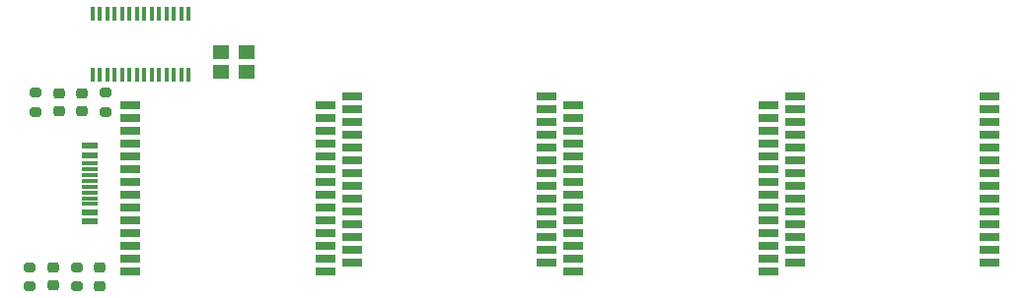
<source format=gbr>
G04 #@! TF.GenerationSoftware,KiCad,Pcbnew,(6.0.7)*
G04 #@! TF.CreationDate,2023-03-12T22:24:00+09:00*
G04 #@! TF.ProjectId,flowing_dongle,666c6f77-696e-4675-9f64-6f6e676c652e,rev?*
G04 #@! TF.SameCoordinates,Original*
G04 #@! TF.FileFunction,Paste,Top*
G04 #@! TF.FilePolarity,Positive*
%FSLAX46Y46*%
G04 Gerber Fmt 4.6, Leading zero omitted, Abs format (unit mm)*
G04 Created by KiCad (PCBNEW (6.0.7)) date 2023-03-12 22:24:00*
%MOMM*%
%LPD*%
G01*
G04 APERTURE LIST*
G04 Aperture macros list*
%AMRoundRect*
0 Rectangle with rounded corners*
0 $1 Rounding radius*
0 $2 $3 $4 $5 $6 $7 $8 $9 X,Y pos of 4 corners*
0 Add a 4 corners polygon primitive as box body*
4,1,4,$2,$3,$4,$5,$6,$7,$8,$9,$2,$3,0*
0 Add four circle primitives for the rounded corners*
1,1,$1+$1,$2,$3*
1,1,$1+$1,$4,$5*
1,1,$1+$1,$6,$7*
1,1,$1+$1,$8,$9*
0 Add four rect primitives between the rounded corners*
20,1,$1+$1,$2,$3,$4,$5,0*
20,1,$1+$1,$4,$5,$6,$7,0*
20,1,$1+$1,$6,$7,$8,$9,0*
20,1,$1+$1,$8,$9,$2,$3,0*%
G04 Aperture macros list end*
%ADD10RoundRect,0.225000X-0.250000X0.225000X-0.250000X-0.225000X0.250000X-0.225000X0.250000X0.225000X0*%
%ADD11RoundRect,0.200000X-0.275000X0.200000X-0.275000X-0.200000X0.275000X-0.200000X0.275000X0.200000X0*%
%ADD12RoundRect,0.200000X0.275000X-0.200000X0.275000X0.200000X-0.275000X0.200000X-0.275000X-0.200000X0*%
%ADD13R,1.450000X0.600000*%
%ADD14R,1.450000X0.300000*%
%ADD15R,1.690000X0.770000*%
%ADD16R,0.400000X1.200000*%
%ADD17RoundRect,0.218750X-0.256250X0.218750X-0.256250X-0.218750X0.256250X-0.218750X0.256250X0.218750X0*%
%ADD18R,1.400000X1.200000*%
G04 APERTURE END LIST*
D10*
X99500000Y-85725000D03*
X99500000Y-87275000D03*
D11*
X101000000Y-100675000D03*
X101000000Y-102325000D03*
D12*
X103500000Y-87325000D03*
X103500000Y-85675000D03*
D13*
X102095000Y-90250000D03*
X102095000Y-91050000D03*
D14*
X102095000Y-92250000D03*
X102095000Y-93250000D03*
X102095000Y-93750000D03*
X102095000Y-94750000D03*
D13*
X102095000Y-96750000D03*
X102095000Y-95950000D03*
D14*
X102095000Y-95250000D03*
X102095000Y-94250000D03*
X102095000Y-92750000D03*
X102095000Y-91750000D03*
D10*
X99000000Y-100725000D03*
X99000000Y-102275000D03*
D15*
X160360000Y-101010000D03*
X160360000Y-99910000D03*
X160360000Y-98810000D03*
X160360000Y-97710000D03*
X160360000Y-96610000D03*
X160360000Y-95510000D03*
X160360000Y-94410000D03*
X160360000Y-93310000D03*
X160360000Y-92210000D03*
X160360000Y-91110000D03*
X160360000Y-90010000D03*
X160360000Y-88910000D03*
X160360000Y-87810000D03*
X160360000Y-86710000D03*
X143640000Y-86710000D03*
X143640000Y-87810000D03*
X143640000Y-88910000D03*
X143640000Y-90010000D03*
X143640000Y-91110000D03*
X143640000Y-92210000D03*
X143640000Y-93310000D03*
X143640000Y-94410000D03*
X143640000Y-95510000D03*
X143640000Y-96610000D03*
X143640000Y-97710000D03*
X143640000Y-98810000D03*
X143640000Y-99910000D03*
X143640000Y-101010000D03*
X162640000Y-85990000D03*
X162640000Y-87090000D03*
X162640000Y-88190000D03*
X162640000Y-89290000D03*
X162640000Y-90390000D03*
X162640000Y-91490000D03*
X162640000Y-92590000D03*
X162640000Y-93690000D03*
X162640000Y-94790000D03*
X162640000Y-95890000D03*
X162640000Y-96990000D03*
X162640000Y-98090000D03*
X162640000Y-99190000D03*
X162640000Y-100290000D03*
X179360000Y-100290000D03*
X179360000Y-99190000D03*
X179360000Y-98090000D03*
X179360000Y-96990000D03*
X179360000Y-95890000D03*
X179360000Y-94790000D03*
X179360000Y-93690000D03*
X179360000Y-92590000D03*
X179360000Y-91490000D03*
X179360000Y-90390000D03*
X179360000Y-89290000D03*
X179360000Y-88190000D03*
X179360000Y-87090000D03*
X179360000Y-85990000D03*
D16*
X110627500Y-78900000D03*
X109992500Y-78900000D03*
X109357500Y-78900000D03*
X108722500Y-78900000D03*
X108087500Y-78900000D03*
X107452500Y-78900000D03*
X106817500Y-78900000D03*
X106182500Y-78900000D03*
X105547500Y-78900000D03*
X104912500Y-78900000D03*
X104277500Y-78900000D03*
X103642500Y-78900000D03*
X103007500Y-78900000D03*
X102372500Y-78900000D03*
X102372500Y-84100000D03*
X103007500Y-84100000D03*
X103642500Y-84100000D03*
X104277500Y-84100000D03*
X104912500Y-84100000D03*
X105547500Y-84100000D03*
X106182500Y-84100000D03*
X106817500Y-84100000D03*
X107452500Y-84100000D03*
X108087500Y-84100000D03*
X108722500Y-84100000D03*
X109357500Y-84100000D03*
X109992500Y-84100000D03*
X110627500Y-84100000D03*
D15*
X124640000Y-85990000D03*
X124640000Y-87090000D03*
X124640000Y-88190000D03*
X124640000Y-89290000D03*
X124640000Y-90390000D03*
X124640000Y-91490000D03*
X124640000Y-92590000D03*
X124640000Y-93690000D03*
X124640000Y-94790000D03*
X124640000Y-95890000D03*
X124640000Y-96990000D03*
X124640000Y-98090000D03*
X124640000Y-99190000D03*
X124640000Y-100290000D03*
X141360000Y-100290000D03*
X141360000Y-99190000D03*
X141360000Y-98090000D03*
X141360000Y-96990000D03*
X141360000Y-95890000D03*
X141360000Y-94790000D03*
X141360000Y-93690000D03*
X141360000Y-92590000D03*
X141360000Y-91490000D03*
X141360000Y-90390000D03*
X141360000Y-89290000D03*
X141360000Y-88190000D03*
X141360000Y-87090000D03*
X141360000Y-85990000D03*
X122360000Y-101010000D03*
X122360000Y-99910000D03*
X122360000Y-98810000D03*
X122360000Y-97710000D03*
X122360000Y-96610000D03*
X122360000Y-95510000D03*
X122360000Y-94410000D03*
X122360000Y-93310000D03*
X122360000Y-92210000D03*
X122360000Y-91110000D03*
X122360000Y-90010000D03*
X122360000Y-88910000D03*
X122360000Y-87810000D03*
X122360000Y-86710000D03*
X105640000Y-86710000D03*
X105640000Y-87810000D03*
X105640000Y-88910000D03*
X105640000Y-90010000D03*
X105640000Y-91110000D03*
X105640000Y-92210000D03*
X105640000Y-93310000D03*
X105640000Y-94410000D03*
X105640000Y-95510000D03*
X105640000Y-96610000D03*
X105640000Y-97710000D03*
X105640000Y-98810000D03*
X105640000Y-99910000D03*
X105640000Y-101010000D03*
D17*
X103000000Y-100712500D03*
X103000000Y-102287500D03*
D12*
X97500000Y-87325000D03*
X97500000Y-85675000D03*
X97000000Y-102325000D03*
X97000000Y-100675000D03*
D18*
X115600000Y-82150000D03*
X113400000Y-82150000D03*
X113400000Y-83850000D03*
X115600000Y-83850000D03*
D10*
X101500000Y-85725000D03*
X101500000Y-87275000D03*
M02*

</source>
